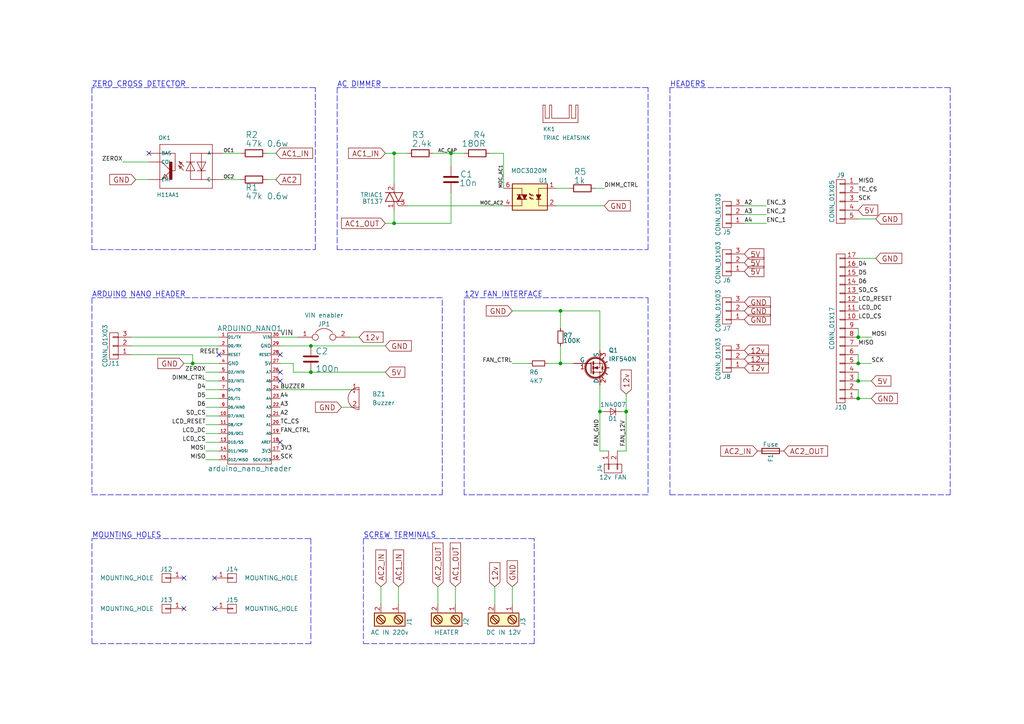
<source format=kicad_sch>
(kicad_sch (version 20231120) (generator "eeschema") (generator_version "8.0")
  (paper "A4")
  (title_block (title "Nano Reflow Controller") (date "2017-07-09") (rev "1.0") (company "David Sanz Kirbis"))
  (lib_symbols
    (symbol "arduino_nano_reflow_TRIAC_v1_0-rescue:BT137" (pin_names (offset 0) hide)
      (property "Reference" "D" (at 3.175 0.635 0))
      (property "Value" "BT137" (at 3.175 -1.27 0))
      (symbol "BT137_0_1"
        (polyline (pts (xy -2.54 -1.27) (xy 2.54 -1.27)) (stroke (width 0.2032)))
        (polyline (pts (xy -2.54 1.27) (xy 2.54 1.27)) (stroke (width 0.2032)))
        (polyline (pts (xy -1.27 -2.54) (xy -0.635 -1.27)))
        (polyline (pts (xy -2.54 1.27) (xy -1.27 -1.27) (xy 0 1.27)) (stroke (width 0.2032)))
        (polyline (pts (xy 0 -1.27) (xy 1.27 1.27) (xy 2.54 -1.27)) (stroke (width 0.2032)))
      )
      (symbol "BT137_1_1"
        (pin passive line (at 0 -3.81 90) (length 2.54) (name "A1") (number "1"))
        (pin passive line (at 0 3.81 270) (length 2.54) (name "A2") (number "2"))
        (pin input line (at -3.81 -2.54 0) (length 2.54) (name "G") (number "3"))
      )
    )
    (symbol "arduino_nano_reflow_TRIAC_v1_0-rescue:Buzzer" (pin_names (offset 0.0254) hide)
      (property "Reference" "BZ" (at 3.81 1.27 0))
      (property "Value" "Buzzer" (at 3.81 -1.27 0))
      (symbol "Buzzer_0_1"
        (polyline (pts (xy -1.651 1.905) (xy -1.143 1.905)))
        (polyline (pts (xy -1.397 2.159) (xy -1.397 1.651)))
        (polyline (pts (xy 0 3.175) (xy 0 -3.175)))
        (arc (start 0 3.175) (mid -3.175 0) (end 0 -3.175))
      )
      (symbol "Buzzer_1_1"
        (pin passive line (at -2.54 2.54 0) (length 2.54) (name "-") (number "1"))
        (pin passive line (at -2.54 -2.54 0) (length 2.54) (name "+") (number "2"))
      )
    )
    (symbol "arduino_nano_reflow_TRIAC_v1_0-rescue:C" (pin_numbers hide) (pin_names (offset 0.254))
      (property "Reference" "C" (at 0.635 2.54 0))
      (property "Value" "C" (at 0.635 -2.54 0))
      (symbol "C_0_1"
        (polyline (pts (xy -2.032 -0.762) (xy 2.032 -0.762)) (stroke (width 0.508)))
        (polyline (pts (xy -2.032 0.762) (xy 2.032 0.762)) (stroke (width 0.508)))
      )
      (symbol "C_1_1"
        (pin passive line (at 0 3.81 270) (length 2.794) (name "~") (number "1"))
        (pin passive line (at 0 -3.81 90) (length 2.794) (name "~") (number "2"))
      )
    )
    (symbol "arduino_nano_reflow_TRIAC_v1_0-rescue:CONN_01X01" (pin_names (offset 1.016) hide)
      (property "Reference" "J" (at 0 2.54 0))
      (property "Value" "CONN_01X01" (at 2.54 0 90))
      (symbol "CONN_01X01_0_1"
        (rectangle (start -1.27 0.127) (end 0.254 -0.127))
        (rectangle (start -1.27 1.27) (end 1.27 -1.27))
      )
      (symbol "CONN_01X01_1_1"
        (pin passive line (at -5.08 0 0) (length 3.81) (name "P1") (number "1"))
      )
    )
    (symbol "arduino_nano_reflow_TRIAC_v1_0-rescue:CONN_01X02" (pin_names (offset 1.016) hide)
      (property "Reference" "J" (at 0 3.81 0))
      (property "Value" "CONN_01X02" (at 2.54 0 90))
      (symbol "CONN_01X02_0_1"
        (rectangle (start -1.27 -1.143) (end 0.254 -1.397))
        (rectangle (start -1.27 1.397) (end 0.254 1.143))
        (rectangle (start -1.27 2.54) (end 1.27 -2.54))
      )
      (symbol "CONN_01X02_1_1"
        (pin passive line (at -5.08 1.27 0) (length 3.81) (name "P1") (number "1"))
        (pin passive line (at -5.08 -1.27 0) (length 3.81) (name "P2") (number "2"))
      )
    )
    (symbol "arduino_nano_reflow_TRIAC_v1_0-rescue:CONN_01X03" (pin_names (offset 1.016) hide)
      (property "Reference" "J" (at 0 5.08 0))
      (property "Value" "CONN_01X03" (at 2.54 0 90))
      (symbol "CONN_01X03_0_1"
        (rectangle (start -1.27 -2.413) (end 0.254 -2.667))
        (rectangle (start -1.27 0.127) (end 0.254 -0.127))
        (rectangle (start -1.27 2.667) (end 0.254 2.413))
        (rectangle (start -1.27 3.81) (end 1.27 -3.81))
      )
      (symbol "CONN_01X03_1_1"
        (pin passive line (at -5.08 2.54 0) (length 3.81) (name "P1") (number "1"))
        (pin passive line (at -5.08 0 0) (length 3.81) (name "P2") (number "2"))
        (pin passive line (at -5.08 -2.54 0) (length 3.81) (name "P3") (number "3"))
      )
    )
    (symbol "arduino_nano_reflow_TRIAC_v1_0-rescue:CONN_01X05" (pin_names (offset 1.016) hide)
      (property "Reference" "J" (at 0 7.62 0))
      (property "Value" "CONN_01X05" (at 2.54 0 90))
      (symbol "CONN_01X05_0_1"
        (rectangle (start -1.27 -4.953) (end 0.254 -5.207))
        (rectangle (start -1.27 -2.413) (end 0.254 -2.667))
        (rectangle (start -1.27 0.127) (end 0.254 -0.127))
        (rectangle (start -1.27 2.667) (end 0.254 2.413))
        (rectangle (start -1.27 5.207) (end 0.254 4.953))
        (rectangle (start -1.27 6.35) (end 1.27 -6.35))
      )
      (symbol "CONN_01X05_1_1"
        (pin passive line (at -5.08 5.08 0) (length 3.81) (name "P1") (number "1"))
        (pin passive line (at -5.08 2.54 0) (length 3.81) (name "P2") (number "2"))
        (pin passive line (at -5.08 0 0) (length 3.81) (name "P3") (number "3"))
        (pin passive line (at -5.08 -2.54 0) (length 3.81) (name "P4") (number "4"))
        (pin passive line (at -5.08 -5.08 0) (length 3.81) (name "P5") (number "5"))
      )
    )
    (symbol "arduino_nano_reflow_TRIAC_v1_0-rescue:CONN_01X17" (pin_names (offset 1.016) hide)
      (property "Reference" "J" (at 0 22.86 0))
      (property "Value" "CONN_01X17" (at 2.54 0 90))
      (symbol "CONN_01X17_0_1"
        (rectangle (start -1.27 -20.193) (end 0.254 -20.447))
        (rectangle (start -1.27 -17.653) (end 0.254 -17.907))
        (rectangle (start -1.27 -15.113) (end 0.254 -15.367))
        (rectangle (start -1.27 -12.573) (end 0.254 -12.827))
        (rectangle (start -1.27 -10.033) (end 0.254 -10.287))
        (rectangle (start -1.27 -7.493) (end 0.254 -7.747))
        (rectangle (start -1.27 -4.953) (end 0.254 -5.207))
        (rectangle (start -1.27 -2.413) (end 0.254 -2.667))
        (rectangle (start -1.27 0.127) (end 0.254 -0.127))
        (rectangle (start -1.27 2.667) (end 0.254 2.413))
        (rectangle (start -1.27 5.207) (end 0.254 4.953))
        (rectangle (start -1.27 7.747) (end 0.254 7.493))
        (rectangle (start -1.27 10.287) (end 0.254 10.033))
        (rectangle (start -1.27 12.827) (end 0.254 12.573))
        (rectangle (start -1.27 15.367) (end 0.254 15.113))
        (rectangle (start -1.27 17.907) (end 0.254 17.653))
        (rectangle (start -1.27 20.447) (end 0.254 20.193))
        (rectangle (start -1.27 21.59) (end 1.27 -21.59))
      )
      (symbol "CONN_01X17_1_1"
        (pin passive line (at -5.08 20.32 0) (length 3.81) (name "P1") (number "1"))
        (pin passive line (at -5.08 -2.54 0) (length 3.81) (name "P10") (number "10"))
        (pin passive line (at -5.08 -5.08 0) (length 3.81) (name "P11") (number "11"))
        (pin passive line (at -5.08 -7.62 0) (length 3.81) (name "P12") (number "12"))
        (pin passive line (at -5.08 -10.16 0) (length 3.81) (name "P13") (number "13"))
        (pin passive line (at -5.08 -12.7 0) (length 3.81) (name "P14") (number "14"))
        (pin passive line (at -5.08 -15.24 0) (length 3.81) (name "P15") (number "15"))
        (pin passive line (at -5.08 -17.78 0) (length 3.81) (name "P16") (number "16"))
        (pin passive line (at -5.08 -20.32 0) (length 3.81) (name "P17") (number "17"))
        (pin passive line (at -5.08 17.78 0) (length 3.81) (name "P2") (number "2"))
        (pin passive line (at -5.08 15.24 0) (length 3.81) (name "P3") (number "3"))
        (pin passive line (at -5.08 12.7 0) (length 3.81) (name "P4") (number "4"))
        (pin passive line (at -5.08 10.16 0) (length 3.81) (name "P5") (number "5"))
        (pin passive line (at -5.08 7.62 0) (length 3.81) (name "P6") (number "6"))
        (pin passive line (at -5.08 5.08 0) (length 3.81) (name "P7") (number "7"))
        (pin passive line (at -5.08 2.54 0) (length 3.81) (name "P8") (number "8"))
        (pin passive line (at -5.08 0 0) (length 3.81) (name "P9") (number "9"))
      )
    )
    (symbol "arduino_nano_reflow_TRIAC_v1_0-rescue:D_Small" (pin_numbers hide) (pin_names (offset 0.254) hide)
      (property "Reference" "D" (at -1.27 2.032 0))
      (property "Value" "D_Small" (at -3.81 -2.032 0))
      (symbol "D_Small_0_1"
        (polyline (pts (xy -0.762 -1.016) (xy -0.762 1.016)))
        (polyline (pts (xy -0.762 0) (xy 0.762 0)))
        (polyline (pts (xy 0.762 -1.016) (xy -0.762 0) (xy 0.762 1.016) (xy 0.762 -1.016)))
      )
      (symbol "D_Small_1_1"
        (pin passive line (at -2.54 0 0) (length 1.778) (name "K") (number "1"))
        (pin passive line (at 2.54 0 180) (length 1.778) (name "A") (number "2"))
      )
    )
    (symbol "arduino_nano_reflow_TRIAC_v1_0-rescue:Fuse" (pin_numbers hide) (pin_names (offset 0))
      (property "Reference" "F" (at 2.032 0 90))
      (property "Value" "Fuse" (at -1.905 0 90))
      (symbol "Fuse_0_1"
        (rectangle (start -0.762 -2.54) (end 0.762 2.54) (stroke (width 0.254)))
        (polyline (pts (xy 0 2.54) (xy 0 -2.54)))
      )
      (symbol "Fuse_1_1"
        (pin passive line (at 0 3.81 270) (length 1.27) (name "~") (number "1"))
        (pin passive line (at 0 -3.81 90) (length 1.27) (name "~") (number "2"))
      )
    )
    (symbol "arduino_nano_reflow_TRIAC_v1_0-rescue:H11AA1" (pin_numbers hide) (pin_names (offset 1.016))
      (property "Reference" "OK" (at -6.985 5.715 0))
      (property "Value" "H11AA1" (at -6.985 -10.16 0))
      (symbol "H11AA1_1_0"
        (polyline (pts (xy -11.43 2.54) (xy -4.445 2.54)))
        (polyline (pts (xy -10.795 -7.62) (xy 4.445 -7.62)))
        (polyline (pts (xy -10.795 5.08) (xy -10.795 -7.62)))
        (polyline (pts (xy -10.795 5.08) (xy 4.445 5.08)))
        (polyline (pts (xy -7.62 -2.54) (xy -8.89 -2.54)))
        (polyline (pts (xy -7.62 -2.54) (xy -8.89 0)))
        (polyline (pts (xy -7.62 -2.54) (xy -7.62 -5.08)))
        (polyline (pts (xy -7.62 0) (xy -8.89 0)))
        (polyline (pts (xy -7.62 0) (xy -7.62 -2.54)))
        (polyline (pts (xy -7.62 2.54) (xy -7.62 0)))
        (polyline (pts (xy -6.35 -2.54) (xy -7.62 -2.54)))
        (polyline (pts (xy -6.35 0) (xy -7.62 -2.54)))
        (polyline (pts (xy -6.35 0) (xy -7.62 0)))
        (polyline (pts (xy -5.715 -2.54) (xy -4.445 -2.54)))
        (polyline (pts (xy -5.715 -2.54) (xy -4.445 0)))
        (polyline (pts (xy -5.715 0) (xy -4.445 0)))
        (polyline (pts (xy -4.445 -5.08) (xy -11.43 -5.08)))
        (polyline (pts (xy -4.445 -5.08) (xy -4.445 -2.54)))
        (polyline (pts (xy -4.445 -2.54) (xy -4.445 0)))
        (polyline (pts (xy -4.445 -2.54) (xy -3.175 -2.54)))
        (polyline (pts (xy -4.445 0) (xy -4.445 2.54)))
        (polyline (pts (xy -4.445 0) (xy -3.175 -2.54)))
        (polyline (pts (xy -4.445 0) (xy -3.175 0)))
        (polyline (pts (xy -2.54 -1.27) (xy -1.143 0.127)))
        (polyline (pts (xy -2.413 -2.413) (xy -1.016 -1.016)))
        (polyline (pts (xy -2.032 -0.254) (xy -1.524 -0.762)))
        (polyline (pts (xy -1.905 -1.397) (xy -1.397 -1.905)))
        (polyline (pts (xy -1.524 -0.762) (xy -1.143 0.127)))
        (polyline (pts (xy -1.397 -1.905) (xy -1.016 -1.016)))
        (polyline (pts (xy -1.143 0.127) (xy -2.032 -0.254)))
        (polyline (pts (xy -1.016 -1.016) (xy -1.905 -1.397)))
        (polyline (pts (xy 0 -2.54) (xy 0 2.54)))
        (polyline (pts (xy 0 -2.54) (xy 1.016 -2.54)))
        (polyline (pts (xy 0 2.54) (xy 5.08 2.54)))
        (polyline (pts (xy 1.27 -2.54) (xy 3.556 -4.826)))
        (polyline (pts (xy 2.286 -4.318) (xy 3.048 -3.556)))
        (polyline (pts (xy 3.048 -3.556) (xy 3.556 -4.826)))
        (polyline (pts (xy 3.556 -4.826) (xy 2.286 -4.318)))
        (polyline (pts (xy 3.556 -4.826) (xy 3.81 -5.08)))
        (polyline (pts (xy 3.81 -5.08) (xy 5.08 -5.08)))
        (polyline (pts (xy 3.81 0) (xy 1.27 -2.54)))
        (polyline (pts (xy 3.81 0) (xy 5.08 0)))
        (polyline (pts (xy 4.445 5.08) (xy 4.445 -7.62)))
      )
      (symbol "H11AA1_1_1"
        (rectangle (start 0.889 -5.08) (end 1.651 0) (fill (type outline)))
        (pin passive line (at -13.97 2.54 0) (length 2.54) (name "A") (number "1"))
        (pin passive line (at -13.97 -5.08 0) (length 2.54) (name "C") (number "2"))
        (pin passive line (at 7.62 -5.08 180) (length 2.54) (name "EMI") (number "4"))
        (pin passive line (at 7.62 0 180) (length 2.54) (name "COL") (number "5"))
        (pin passive line (at 7.62 2.54 180) (length 2.54) (name "BAS") (number "6"))
      )
    )
    (symbol "arduino_nano_reflow_TRIAC_v1_0-rescue:IRF540N" (pin_names (offset 0))
      (property "Reference" "Q" (at 6.35 1.905 0))
      (property "Value" "IRF540N" (at 6.35 0 0))
      (symbol "IRF540N_0_1"
        (polyline (pts (xy 0.635 -1.016) (xy 0.635 -1.651)) (stroke (width 0.508)))
        (polyline (pts (xy 0.635 0.381) (xy 0.635 -0.381)) (stroke (width 0.508)))
        (polyline (pts (xy 0.635 1.651) (xy 0.635 1.016)) (stroke (width 0.508)))
        (polyline (pts (xy 3.048 0.381) (xy 2.921 0.254)))
        (polyline (pts (xy 3.048 0.381) (xy 3.556 0.381)))
        (polyline (pts (xy 3.175 2.667) (xy 3.556 3.175)) (stroke (width 0.254)))
        (polyline (pts (xy 3.302 -2.54) (xy 3.683 -3.048)) (stroke (width 0.254)))
        (polyline (pts (xy 3.556 0.381) (xy 3.683 0.508)))
        (polyline (pts (xy 4.191 -1.524) (xy 4.699 -1.778)) (stroke (width 0.254)))
        (polyline (pts (xy 4.191 1.524) (xy 4.699 1.905)) (stroke (width 0.254)))
        (polyline (pts (xy 4.445 0) (xy 5.207 0)) (stroke (width 0.254)))
        (polyline (pts (xy 0 1.524) (xy 0 -1.524) (xy 0 -1.524)) (stroke (width 0.254)))
        (polyline (pts (xy 0.762 -1.27) (xy 2.54 -1.27) (xy 2.54 -2.54) (xy 2.54 -2.54)))
        (polyline (pts (xy 0.762 1.27) (xy 2.54 1.27) (xy 2.54 2.54) (xy 2.54 2.54)))
        (polyline (pts (xy 2.54 1.27) (xy 3.302 1.27) (xy 3.302 -1.27) (xy 2.54 -1.27)))
        (polyline (pts (xy 3.302 0.381) (xy 3.048 -0.254) (xy 3.556 -0.254) (xy 3.302 0.381)) (fill (type outline)))
        (polyline (pts (xy 0.762 0) (xy 1.27 0) (xy 2.54 0) (xy 2.54 -1.27) (xy 2.54 -1.27)))
        (polyline (pts (xy 0.889 0) (xy 1.905 0.381) (xy 1.905 -0.381) (xy 0.889 0) (xy 1.016 0) (xy 1.016 0)) (fill (type outline)))
        (circle (center 1.27 0) (radius 2.8194) (stroke (width 0.3556)))
        (circle (center 1.27 0) (radius 3.175))
        (circle (center 2.54 -1.27) (radius 0.127))
        (circle (center 2.54 1.27) (radius 0.127))
      )
      (symbol "IRF540N_1_1"
        (pin input line (at -5.08 -1.27 0) (length 5.08) (name "G") (number "1"))
        (pin passive line (at 2.54 5.08 270) (length 2.54) (name "D") (number "2"))
        (pin passive line (at 2.54 -5.08 90) (length 2.54) (name "S") (number "3"))
      )
    )
    (symbol "arduino_nano_reflow_TRIAC_v1_0-rescue:Jumper" (pin_names (offset 0.762) hide)
      (property "Reference" "JP" (at 0 3.81 0))
      (property "Value" "Jumper" (at 0 -2.032 0))
      (symbol "Jumper_0_1"
        (circle (center -2.54 0) (radius 0.889))
        (arc (start 2.5146 1.27) (mid 0.0078 2.5097) (end -2.4892 1.27))
        (circle (center 2.54 0) (radius 0.889))
        (pin passive line (at -7.62 0 0) (length 4.191) (name "1") (number "1"))
        (pin passive line (at 7.62 0 180) (length 4.191) (name "2") (number "2"))
      )
    )
    (symbol "arduino_nano_reflow_TRIAC_v1_0-rescue:MOC3020M" (pin_names (offset 1.016))
      (property "Reference" "U" (at -5.334 4.826 0))
      (property "Value" "MOC3020M" (at 0 5.08 0))
      (symbol "MOC3020M_0_1"
        (rectangle (start -5.08 3.81) (end 5.08 -3.81) (stroke (width 0.254)) (fill (type background)))
        (polyline (pts (xy -3.175 -0.635) (xy -1.905 -0.635)) (stroke (width 0.254)))
        (polyline (pts (xy 1.905 0.635) (xy 3.683 0.635)) (stroke (width 0.254)))
        (polyline (pts (xy 2.286 -2.54) (xy 2.286 -0.635)))
        (polyline (pts (xy 2.286 -2.54) (xy 5.08 -2.54)))
        (polyline (pts (xy 2.286 2.54) (xy 2.286 0.635)))
        (polyline (pts (xy 2.286 2.54) (xy 5.08 2.54)))
        (polyline (pts (xy 2.667 -0.635) (xy 0.889 -0.635)) (stroke (width 0.254)))
        (polyline (pts (xy -5.08 2.54) (xy -2.54 2.54) (xy -2.54 0.635)))
        (polyline (pts (xy -2.54 -0.635) (xy -2.54 -2.54) (xy -5.08 -2.54)))
        (polyline (pts (xy -2.54 -0.635) (xy -3.175 0.635) (xy -1.905 0.635) (xy -2.54 -0.635)) (stroke (width 0.254)) (fill (type outline)))
        (polyline (pts (xy -1.143 0.254) (xy -0.6096 0.762) (xy -0.6096 0.254) (xy 0.1524 1.016)))
        (polyline (pts (xy 0.1524 1.016) (xy -0.3556 0.762) (xy -0.1016 0.508) (xy 0.1524 1.016)))
        (polyline (pts (xy 1.524 -0.635) (xy 2.159 0.635) (xy 0.889 0.635) (xy 1.524 -0.635)) (stroke (width 0.254)) (fill (type outline)))
        (polyline (pts (xy 3.048 0.635) (xy 2.413 -0.635) (xy 3.683 -0.635) (xy 3.048 0.635)) (stroke (width 0.254)) (fill (type outline)))
        (polyline (pts (xy -1.143 -0.762) (xy -0.6096 -0.254) (xy -0.6096 -0.762) (xy 0.1524 0) (xy -0.3556 -0.254) (xy -0.1016 -0.508) (xy 0.1524 0)))
      )
      (symbol "MOC3020M_1_1"
        (pin passive line (at -7.62 2.54 0) (length 2.54) (name "~") (number "1"))
        (pin passive line (at -7.62 -2.54 0) (length 2.54) (name "~") (number "2"))
        (pin no_connect line (at -2.54 -6.35 90) (length 2.54) hide (name "NC") (number "3"))
        (pin passive line (at 7.62 -2.54 180) (length 2.54) (name "~") (number "4"))
        (pin no_connect line (at 0 -6.35 90) (length 2.54) hide (name "NC") (number "5"))
        (pin passive line (at 7.62 2.54 180) (length 2.54) (name "~") (number "6"))
      )
    )
    (symbol "arduino_nano_reflow_TRIAC_v1_0-rescue:R" (pin_numbers hide) (pin_names (offset 0))
      (property "Reference" "R" (at 2.032 0 90))
      (property "Value" "R" (at 0 0 90))
      (symbol "R_0_1"
        (rectangle (start -1.016 -2.54) (end 1.016 2.54) (stroke (width 0.254)))
      )
      (symbol "R_1_1"
        (pin passive line (at 0 3.81 270) (length 1.27) (name "~") (number "1"))
        (pin passive line (at 0 -3.81 90) (length 1.27) (name "~") (number "2"))
      )
    )
    (symbol "arduino_nano_reflow_TRIAC_v1_0-rescue:R_Small" (pin_numbers hide) (pin_names (offset 0.254) hide)
      (property "Reference" "R" (at 0.762 0.508 0))
      (property "Value" "R_Small" (at 0.762 -1.016 0))
      (symbol "R_Small_0_1"
        (rectangle (start -0.762 1.778) (end 0.762 -1.778) (stroke (width 0.2032)))
      )
      (symbol "R_Small_1_1"
        (pin passive line (at 0 2.54 270) (length 0.762) (name "~") (number "1"))
        (pin passive line (at 0 -2.54 90) (length 0.762) (name "~") (number "2"))
      )
    )
    (symbol "arduino_nano_reflow_TRIAC_v1_0-rescue:SK_09_20_SA_TO_220" (pin_numbers hide) (pin_names (offset 1.016) hide)
      (property "Reference" "KK" (at 5.715 3.175 0))
      (property "Value" "SK_09_20_SA_TO_220" (at 5.715 0.635 0))
      (symbol "SK_09_20_SA_TO_220_1_0"
        (polyline (pts (xy -5.08 0) (xy 5.08 0)))
        (polyline (pts (xy -5.08 5.08) (xy -5.08 0)))
        (polyline (pts (xy -4.445 1.27) (xy -4.445 5.08)))
        (polyline (pts (xy -4.445 5.08) (xy -5.08 5.08)))
        (polyline (pts (xy -3.175 1.27) (xy -4.445 1.27)))
        (polyline (pts (xy -3.175 5.08) (xy -3.175 1.27)))
        (polyline (pts (xy -2.54 1.27) (xy -2.54 5.08)))
        (polyline (pts (xy -2.54 5.08) (xy -3.175 5.08)))
        (polyline (pts (xy 2.54 1.27) (xy -2.54 1.27)))
        (polyline (pts (xy 2.54 5.08) (xy 2.54 1.27)))
        (polyline (pts (xy 3.175 1.27) (xy 3.175 5.08)))
        (polyline (pts (xy 3.175 5.08) (xy 2.54 5.08)))
        (polyline (pts (xy 4.445 1.27) (xy 3.175 1.27)))
        (polyline (pts (xy 4.445 5.08) (xy 4.445 1.27)))
        (polyline (pts (xy 5.08 0) (xy 5.08 5.08)))
        (polyline (pts (xy 5.08 5.08) (xy 4.445 5.08)))
      )
    )
    (symbol "arduino_nano_reflow_TRIAC_v1_0-rescue:Screw_Terminal_1x02" (pin_names (offset 0.762) hide)
      (property "Reference" "J" (at 0 6.35 0))
      (property "Value" "Screw_Terminal_1x02" (at -3.81 0 90))
      (symbol "Screw_Terminal_1x02_0_1"
        (rectangle (start -1.27 4.445) (end 2.54 -4.445) (stroke (width 0.254)) (fill (type background)))
        (polyline (pts (xy -0.381 -1.905) (xy 1.27 -3.556)) (stroke (width 0.254)))
        (polyline (pts (xy 0 3.556) (xy 1.651 1.905)) (stroke (width 0.254)))
        (polyline (pts (xy 1.27 1.524) (xy -0.381 3.175)) (stroke (width 0.254)))
        (polyline (pts (xy 1.651 -3.175) (xy 0 -1.524)) (stroke (width 0.254)))
        (circle (center 0.635 -2.54) (radius 1.27) (stroke (width 0.254)))
        (circle (center 0.635 2.54) (radius 1.27) (stroke (width 0.254)))
      )
      (symbol "Screw_Terminal_1x02_1_1"
        (pin passive line (at 5.08 2.54 180) (length 2.54) (name "~") (number "1"))
        (pin passive line (at 5.08 -2.54 180) (length 2.54) (name "~") (number "2"))
      )
    )
    (symbol "arduino_nano_reflow_TRIAC_v1_0-rescue:arduino_nano_header" (pin_names (offset 0.0254))
      (property "Reference" "J" (at 0 20.32 0))
      (property "Value" "arduino_nano_header" (at 0 -20.32 0))
      (symbol "arduino_nano_header_0_1"
        (rectangle (start 6.35 -19.05) (end -6.35 19.05))
      )
      (symbol "arduino_nano_header_1_1"
        (pin passive line (at -8.89 17.78 0) (length 2.54) (name "D1/TX") (number "1"))
        (pin passive line (at -8.89 -5.08 0) (length 2.54) (name "D7/AIN1") (number "10"))
        (pin passive line (at -8.89 -7.62 0) (length 2.54) (name "D8/ICP") (number "11"))
        (pin passive line (at -8.89 -10.16 0) (length 2.54) (name "D9/0C1") (number "12"))
        (pin passive line (at -8.89 -12.7 0) (length 2.54) (name "D10/SS") (number "13"))
        (pin passive line (at -8.89 -15.24 0) (length 2.54) (name "D11/MOSI") (number "14"))
        (pin passive line (at -8.89 -17.78 0) (length 2.54) (name "D12/MISO") (number "15"))
        (pin passive line (at 8.89 -17.78 180) (length 2.54) (name "SCK/D13") (number "16"))
        (pin passive line (at 8.89 -15.24 180) (length 2.54) (name "3V3") (number "17"))
        (pin passive line (at 8.89 -12.7 180) (length 2.54) (name "AREF") (number "18"))
        (pin passive line (at 8.89 -10.16 180) (length 2.54) (name "A0") (number "19"))
        (pin passive line (at -8.89 15.24 0) (length 2.54) (name "D0/RX") (number "2"))
        (pin passive line (at 8.89 -7.62 180) (length 2.54) (name "A1") (number "20"))
        (pin passive line (at 8.89 -5.08 180) (length 2.54) (name "A2") (number "21"))
        (pin passive line (at 8.89 -2.54 180) (length 2.54) (name "A3") (number "22"))
        (pin passive line (at 8.89 0 180) (length 2.54) (name "A4") (number "23"))
        (pin passive line (at 8.89 2.54 180) (length 2.54) (name "A5") (number "24"))
        (pin passive line (at 8.89 5.08 180) (length 2.54) (name "A6") (number "25"))
        (pin passive line (at 8.89 7.62 180) (length 2.54) (name "A7") (number "26"))
        (pin passive line (at 8.89 10.16 180) (length 2.54) (name "5V") (number "27"))
        (pin passive line (at 8.89 12.7 180) (length 2.54) (name "RESET") (number "28"))
        (pin passive line (at 8.89 15.24 180) (length 2.54) (name "GND") (number "29"))
        (pin passive line (at -8.89 12.7 0) (length 2.54) (name "RESET") (number "3"))
        (pin passive line (at 8.89 17.78 180) (length 2.54) (name "VIN") (number "30"))
        (pin passive line (at -8.89 10.16 0) (length 2.54) (name "GND") (number "4"))
        (pin passive line (at -8.89 7.62 0) (length 2.54) (name "D2/INT0") (number "5"))
        (pin passive line (at -8.89 5.08 0) (length 2.54) (name "D3/INT1") (number "6"))
        (pin passive line (at -8.89 2.54 0) (length 2.54) (name "D4/T0") (number "7"))
        (pin passive line (at -8.89 0 0) (length 2.54) (name "D5/T1") (number "8"))
        (pin passive line (at -8.89 -2.54 0) (length 2.54) (name "D6/AIN0") (number "9"))
      )
    )
  )
  (junction (at 173.99 119.38))
  (junction (at 248.92 105.41))
  (junction (at 248.92 97.79))
  (junction (at 114.3 64.77))
  (junction (at 248.92 110.49))
  (junction (at 248.92 115.57))
  (junction (at 181.61 119.38))
  (junction (at 55.88 105.41))
  (junction (at 90.17 107.95))
  (junction (at 114.3 44.45))
  (junction (at 90.17 100.33))
  (junction (at 162.56 90.17))
  (junction (at 130.81 44.45))
  (junction (at 162.56 105.41))
  (no_connect (at 43.18 44.45))
  (no_connect (at 62.23 167.64))
  (no_connect (at 81.28 102.87))
  (no_connect (at 81.28 110.49))
  (no_connect (at 81.28 128.27))
  (no_connect (at 63.5 102.87))
  (no_connect (at 81.28 107.95))
  (no_connect (at 53.34 167.64))
  (no_connect (at 62.23 176.53))
  (no_connect (at 53.34 176.53))
  (wire (pts (xy 101.6 118.11) (xy 99.06 118.11)))
  (wire (pts (xy 248.92 105.41) (xy 252.73 105.41)))
  (wire (pts (xy 181.61 119.38) (xy 181.61 130.81)))
  (wire (pts (xy 127 170.18) (xy 127 175.26)))
  (wire (pts (xy 114.3 60.96) (xy 114.3 64.77)))
  (wire (pts (xy 181.61 130.81) (xy 179.07 130.81)))
  (wire (pts (xy 63.5 118.11) (xy 59.69 118.11)))
  (polyline (pts (xy 26.67 186.69) (xy 26.67 156.21)) (stroke (width 0) (type dash)))
  (polyline (pts (xy 154.94 156.21) (xy 105.41 156.21)) (stroke (width 0) (type dash)))
  (wire (pts (xy 173.99 90.17) (xy 173.99 101.6)))
  (wire (pts (xy 248.92 102.87) (xy 248.92 105.41)))
  (wire (pts (xy 146.05 44.45) (xy 142.24 44.45)))
  (wire (pts (xy 146.05 59.69) (xy 118.11 59.69)))
  (wire (pts (xy 114.3 44.45) (xy 118.11 44.45)))
  (wire (pts (xy 85.09 107.95) (xy 90.17 107.95)))
  (polyline (pts (xy 187.96 143.51) (xy 134.62 143.51)) (stroke (width 0) (type dash)))
  (wire (pts (xy 53.34 105.41) (xy 55.88 105.41)))
  (polyline (pts (xy 105.41 156.21) (xy 105.41 186.69)) (stroke (width 0) (type dash)))
  (wire (pts (xy 173.99 130.81) (xy 176.53 130.81)))
  (wire (pts (xy 111.76 44.45) (xy 114.3 44.45)))
  (wire (pts (xy 69.85 44.45) (xy 64.77 44.45)))
  (wire (pts (xy 143.51 170.18) (xy 143.51 175.26)))
  (polyline (pts (xy 97.79 72.39) (xy 187.96 72.39)) (stroke (width 0) (type dash)))
  (wire (pts (xy 248.92 97.79) (xy 252.73 97.79)))
  (wire (pts (xy 222.25 62.23) (xy 215.9 62.23)))
  (wire (pts (xy 132.08 170.18) (xy 132.08 175.26)))
  (wire (pts (xy 162.56 100.33) (xy 162.56 105.41)))
  (wire (pts (xy 90.17 107.95) (xy 111.76 107.95)))
  (wire (pts (xy 148.59 90.17) (xy 162.56 90.17)))
  (wire (pts (xy 63.5 113.03) (xy 59.69 113.03)))
  (wire (pts (xy 130.81 64.77) (xy 130.81 55.88)))
  (polyline (pts (xy 97.79 25.4) (xy 97.79 72.39)) (stroke (width 0) (type dash)))
  (wire (pts (xy 248.92 95.25) (xy 248.92 97.79)))
  (wire (pts (xy 63.5 125.73) (xy 59.69 125.73)))
  (wire (pts (xy 248.92 107.95) (xy 248.92 110.49)))
  (polyline (pts (xy 154.94 186.69) (xy 154.94 156.21)) (stroke (width 0) (type dash)))
  (polyline (pts (xy 187.96 25.4) (xy 97.79 25.4)) (stroke (width 0) (type dash)))
  (polyline (pts (xy 105.41 186.69) (xy 154.94 186.69)) (stroke (width 0) (type dash)))
  (polyline (pts (xy 128.27 86.36) (xy 26.67 86.36)) (stroke (width 0) (type dash)))
  (polyline (pts (xy 134.62 86.36) (xy 187.96 86.36)) (stroke (width 0) (type dash)))
  (wire (pts (xy 55.88 102.87) (xy 55.88 105.41)))
  (wire (pts (xy 125.73 44.45) (xy 130.81 44.45)))
  (polyline (pts (xy 194.31 143.51) (xy 275.59 143.51)) (stroke (width 0) (type dash)))
  (wire (pts (xy 39.37 52.07) (xy 43.18 52.07)))
  (wire (pts (xy 148.59 170.18) (xy 148.59 175.26)))
  (polyline (pts (xy 91.44 72.39) (xy 91.44 25.4)) (stroke (width 0) (type dash)))
  (wire (pts (xy 81.28 97.79) (xy 86.36 97.79)))
  (wire (pts (xy 162.56 90.17) (xy 173.99 90.17)))
  (wire (pts (xy 81.28 105.41) (xy 85.09 105.41)))
  (wire (pts (xy 248.92 115.57) (xy 252.73 115.57)))
  (wire (pts (xy 215.9 59.69) (xy 222.25 59.69)))
  (wire (pts (xy 63.5 120.65) (xy 59.69 120.65)))
  (polyline (pts (xy 275.59 25.4) (xy 194.31 25.4)) (stroke (width 0) (type dash)))
  (wire (pts (xy 175.26 54.61) (xy 172.72 54.61)))
  (wire (pts (xy 114.3 64.77) (xy 130.81 64.77)))
  (wire (pts (xy 215.9 64.77) (xy 222.25 64.77)))
  (wire (pts (xy 175.26 119.38) (xy 173.99 119.38)))
  (polyline (pts (xy 26.67 86.36) (xy 26.67 143.51)) (stroke (width 0) (type dash)))
  (polyline (pts (xy 134.62 143.51) (xy 134.62 86.36)) (stroke (width 0) (type dash)))
  (wire (pts (xy 181.61 114.3) (xy 181.61 119.38)))
  (wire (pts (xy 153.67 105.41) (xy 148.59 105.41)))
  (wire (pts (xy 69.85 52.07) (xy 64.77 52.07)))
  (polyline (pts (xy 91.44 25.4) (xy 26.67 25.4)) (stroke (width 0) (type dash)))
  (wire (pts (xy 63.5 107.95) (xy 59.69 107.95)))
  (polyline (pts (xy 187.96 72.39) (xy 187.96 25.4)) (stroke (width 0) (type dash)))
  (wire (pts (xy 63.5 123.19) (xy 59.69 123.19)))
  (wire (pts (xy 63.5 100.33) (xy 38.1 100.33)))
  (polyline (pts (xy 90.17 186.69) (xy 26.67 186.69)) (stroke (width 0) (type dash)))
  (wire (pts (xy 114.3 44.45) (xy 114.3 53.34)))
  (wire (pts (xy 254 63.5) (xy 248.92 63.5)))
  (wire (pts (xy 162.56 105.41) (xy 166.37 105.41)))
  (wire (pts (xy 173.99 119.38) (xy 173.99 130.81)))
  (wire (pts (xy 130.81 44.45) (xy 134.62 44.45)))
  (wire (pts (xy 35.56 46.99) (xy 43.18 46.99)))
  (wire (pts (xy 130.81 48.26) (xy 130.81 44.45)))
  (polyline (pts (xy 26.67 156.21) (xy 90.17 156.21)) (stroke (width 0) (type dash)))
  (wire (pts (xy 161.29 59.69) (xy 175.26 59.69)))
  (wire (pts (xy 110.49 170.18) (xy 110.49 175.26)))
  (wire (pts (xy 111.76 64.77) (xy 114.3 64.77)))
  (wire (pts (xy 77.47 44.45) (xy 80.01 44.45)))
  (wire (pts (xy 180.34 119.38) (xy 181.61 119.38)))
  (wire (pts (xy 165.1 54.61) (xy 161.29 54.61)))
  (wire (pts (xy 104.14 97.79) (xy 101.6 97.79)))
  (wire (pts (xy 173.99 111.76) (xy 173.99 119.38)))
  (wire (pts (xy 162.56 95.25) (xy 162.56 90.17)))
  (wire (pts (xy 63.5 110.49) (xy 59.69 110.49)))
  (wire (pts (xy 63.5 115.57) (xy 59.69 115.57)))
  (wire (pts (xy 248.92 113.03) (xy 248.92 115.57)))
  (wire (pts (xy 248.92 110.49) (xy 252.73 110.49)))
  (wire (pts (xy 158.75 105.41) (xy 162.56 105.41)))
  (wire (pts (xy 85.09 105.41) (xy 85.09 107.95)))
  (wire (pts (xy 63.5 133.35) (xy 59.69 133.35)))
  (wire (pts (xy 115.57 170.18) (xy 115.57 175.26)))
  (polyline (pts (xy 187.96 86.36) (xy 187.96 143.51)) (stroke (width 0) (type dash)))
  (wire (pts (xy 63.5 97.79) (xy 38.1 97.79)))
  (polyline (pts (xy 26.67 25.4) (xy 26.67 72.39)) (stroke (width 0) (type dash)))
  (wire (pts (xy 81.28 113.03) (xy 101.6 113.03)))
  (wire (pts (xy 38.1 102.87) (xy 55.88 102.87)))
  (polyline (pts (xy 26.67 143.51) (xy 128.27 143.51)) (stroke (width 0) (type dash)))
  (wire (pts (xy 55.88 105.41) (xy 63.5 105.41)))
  (wire (pts (xy 63.5 128.27) (xy 59.69 128.27)))
  (polyline (pts (xy 275.59 143.51) (xy 275.59 25.4)) (stroke (width 0) (type dash)))
  (polyline (pts (xy 194.31 25.4) (xy 194.31 143.51)) (stroke (width 0) (type dash)))
  (polyline (pts (xy 128.27 143.51) (xy 128.27 86.36)) (stroke (width 0) (type dash)))
  (polyline (pts (xy 26.67 72.39) (xy 91.44 72.39)) (stroke (width 0) (type dash)))
  (wire (pts (xy 90.17 100.33) (xy 111.76 100.33)))
  (wire (pts (xy 77.47 52.07) (xy 80.01 52.07)))
  (polyline (pts (xy 90.17 156.21) (xy 90.17 186.69)) (stroke (width 0) (type dash)))
  (wire (pts (xy 146.05 54.61) (xy 146.05 44.45)))
  (wire (pts (xy 63.5 130.81) (xy 59.69 130.81)))
  (wire (pts (xy 81.28 100.33) (xy 90.17 100.33)))
  (wire (pts (xy 254 74.93) (xy 248.92 74.93)))
  (text "AC DIMMER" (at 97.79 25.4 0) (effects (font (size 1.524 1.524)) (justify left bottom)))
  (text "ZERO CROSS DETECTOR" (at 26.67 25.4 0) (effects (font (size 1.524 1.524)) (justify left bottom)))
  (text "HEADERS" (at 194.31 25.4 0) (effects (font (size 1.524 1.524)) (justify left bottom)))
  (text "SCREW TERMINALS" (at 105.41 156.21 0) (effects (font (size 1.524 1.524)) (justify left bottom)))
  (text "MOUNTING HOLES" (at 26.67 156.21 0) (effects (font (size 1.524 1.524)) (justify left bottom)))
  (text "ARDUINO NANO HEADER" (at 26.67 86.36 0) (effects (font (size 1.524 1.524)) (justify left bottom)))
  (text "12V FAN INTERFACE" (at 134.62 86.36 0) (effects (font (size 1.524 1.524)) (justify left bottom)))
  (label "RESET" (at 63.5 102.87 180) (effects (font (size 1.1938 1.1938))))
  (label "ZEROX" (at 59.69 107.95 180) (effects (font (size 1.1938 1.1938))))
  (label "A4" (at 215.9 64.77 0) (effects (font (size 1.1938 1.1938))))
  (label "3V3" (at 81.28 130.81 0) (effects (font (size 1.1938 1.1938))))
  (label "MOSI" (at 59.69 130.81 180) (effects (font (size 1.1938 1.1938))))
  (label "BUZZER" (at 81.28 113.03 0) (effects (font (size 1.1938 1.1938))))
  (label "LCD_CS" (at 248.92 92.71 0) (effects (font (size 1.1938 1.1938))))
  (label "MISO" (at 248.92 53.34 0) (effects (font (size 1.1938 1.1938))))
  (label "LCD_DC" (at 59.69 125.73 180) (effects (font (size 1.1938 1.1938))))
  (label "DIMM_CTRL" (at 175.26 54.61 0) (effects (font (size 1.1938 1.1938))))
  (label "MISO" (at 248.92 100.33 0) (effects (font (size 1.1938 1.1938))))
  (label "ENC_2" (at 222.25 62.23 0) (effects (font (size 1.1938 1.1938))))
  (label "MOSI" (at 252.73 97.79 0) (effects (font (size 1.1938 1.1938))))
  (label "ENC_1" (at 222.25 64.77 0) (effects (font (size 1.1938 1.1938))))
  (label "SCK" (at 81.28 133.35 0) (effects (font (size 1.1938 1.1938))))
  (label "A3" (at 81.28 118.11 0) (effects (font (size 1.1938 1.1938))))
  (label "D6" (at 59.69 118.11 180) (effects (font (size 1.1938 1.1938))))
  (label "FAN_12V" (at 181.61 129.54 90) (effects (font (size 1.1938 1.1938))))
  (label "SCK" (at 252.73 105.41 0) (effects (font (size 1.1938 1.1938))))
  (label "LCD_CS" (at 59.69 128.27 180) (effects (font (size 1.1938 1.1938))))
  (label "D5" (at 59.69 115.57 180) (effects (font (size 1.1938 1.1938))))
  (label "SCK" (at 248.92 58.42 0) (effects (font (size 1.1938 1.1938))))
  (label "SD_CS" (at 59.69 120.65 180) (effects (font (size 1.1938 1.1938))))
  (label "FAN_CTRL" (at 81.28 125.73 0) (effects (font (size 1.1938 1.1938))))
  (label "LCD_DC" (at 248.92 90.17 0) (effects (font (size 1.1938 1.1938))))
  (label "LCD_RESET" (at 59.69 123.19 180) (effects (font (size 1.1938 1.1938))))
  (label "A2" (at 81.28 120.65 0) (effects (font (size 1.1938 1.1938))))
  (label "A3" (at 215.9 62.23 0) (effects (font (size 1.1938 1.1938))))
  (label "FAN_GND" (at 173.99 129.54 90) (effects (font (size 1.1938 1.1938))))
  (label "DIMM_CTRL" (at 59.69 110.49 180) (effects (font (size 1.1938 1.1938))))
  (label "LCD_RESET" (at 248.92 87.63 0) (effects (font (size 1.1938 1.1938))))
  (label "D5" (at 248.92 80.01 0) (effects (font (size 1.1938 1.1938))))
  (label "D6" (at 248.92 82.55 0) (effects (font (size 1.1938 1.1938))))
  (label "OC2" (at 64.77 52.07 0) (effects (font (size 0.9906 0.9906))))
  (label "FAN_CTRL" (at 148.59 105.41 180) (effects (font (size 1.1938 1.1938))))
  (label "OC1" (at 64.77 44.45 0) (effects (font (size 0.9906 0.9906))))
  (label "A4" (at 81.28 115.57 0) (effects (font (size 1.1938 1.1938))))
  (label "A2" (at 215.9 59.69 0) (effects (font (size 1.1938 1.1938))))
  (label "D4" (at 59.69 113.03 180) (effects (font (size 1.1938 1.1938))))
  (label "SD_CS" (at 248.92 85.09 0) (effects (font (size 1.1938 1.1938))))
  (label "TC_CS" (at 248.92 55.88 0) (effects (font (size 1.1938 1.1938))))
  (label "AC_CAP" (at 127 44.45 0) (effects (font (size 0.9906 0.9906))))
  (label "MOC_AC1" (at 146.05 54.61 90) (effects (font (size 0.9906 0.9906))))
  (label "D4" (at 248.92 77.47 0) (effects (font (size 1.1938 1.1938))))
  (label "VIN" (at 81.28 97.79 0) (effects (font (size 1.524 1.524))))
  (label "ENC_3" (at 222.25 59.69 0) (effects (font (size 1.1938 1.1938))))
  (label "MISO" (at 59.69 133.35 180) (effects (font (size 1.1938 1.1938))))
  (label "TC_CS" (at 81.28 123.19 0) (effects (font (size 1.1938 1.1938))))
  (label "ZEROX" (at 35.56 46.99 180) (effects (font (size 1.1938 1.1938))))
  (label "MOC_AC2" (at 146.05 59.69 180) (effects (font (size 0.9906 0.9906))))
  (global_label "5V" (shape input) (at 252.73 110.49 0) (effects (font (size 1.524 1.524))) (property "Intersheetrefs" "${INTERSHEET_REFS}" (effects (hide yes))))
  (global_label "AC2_OUT" (shape input) (at 127 170.18 90) (effects (font (size 1.524 1.524))) (property "Intersheetrefs" "${INTERSHEET_REFS}" (effects (hide yes))))
  (global_label "5V" (shape input) (at 248.92 60.96 0) (effects (font (size 1.524 1.524))) (property "Intersheetrefs" "${INTERSHEET_REFS}" (effects (hide yes))))
  (global_label "GND" (shape input) (at 148.59 90.17 180) (effects (font (size 1.524 1.524))) (property "Intersheetrefs" "${INTERSHEET_REFS}" (effects (hide yes))))
  (global_label "GND" (shape input) (at 215.9 87.63 0) (effects (font (size 1.524 1.524))) (property "Intersheetrefs" "${INTERSHEET_REFS}" (effects (hide yes))))
  (global_label "5V" (shape input) (at 111.76 107.95 0) (effects (font (size 1.524 1.524))) (property "Intersheetrefs" "${INTERSHEET_REFS}" (effects (hide yes))))
  (global_label "GND" (shape input) (at 53.34 105.41 180) (effects (font (size 1.524 1.524))) (property "Intersheetrefs" "${INTERSHEET_REFS}" (effects (hide yes))))
  (global_label "AC1_IN" (shape input) (at 115.57 170.18 90) (effects (font (size 1.524 1.524))) (property "Intersheetrefs" "${INTERSHEET_REFS}" (effects (hide yes))))
  (global_label "5V" (shape input) (at 215.9 73.66 0) (effects (font (size 1.524 1.524))) (property "Intersheetrefs" "${INTERSHEET_REFS}" (effects (hide yes))))
  (global_label "AC1_IN" (shape input) (at 111.76 44.45 180) (effects (font (size 1.524 1.524))) (property "Intersheetrefs" "${INTERSHEET_REFS}" (effects (hide yes))))
  (global_label "GND" (shape input) (at 254 74.93 0) (effects (font (size 1.524 1.524))) (property "Intersheetrefs" "${INTERSHEET_REFS}" (effects (hide yes))))
  (global_label "12v" (shape input) (at 215.9 104.14 0) (effects (font (size 1.524 1.524))) (property "Intersheetrefs" "${INTERSHEET_REFS}" (effects (hide yes))))
  (global_label "AC2_IN" (shape input) (at 110.49 170.18 90) (effects (font (size 1.524 1.524))) (property "Intersheetrefs" "${INTERSHEET_REFS}" (effects (hide yes))))
  (global_label "GND" (shape input) (at 175.26 59.69 0) (effects (font (size 1.524 1.524))) (property "Intersheetrefs" "${INTERSHEET_REFS}" (effects (hide yes))))
  (global_label "AC1_IN" (shape input) (at 80.01 44.45 0) (effects (font (size 1.524 1.524))) (property "Intersheetrefs" "${INTERSHEET_REFS}" (effects (hide yes))))
  (global_label "12v" (shape input) (at 104.14 97.79 0) (effects (font (size 1.524 1.524))) (property "Intersheetrefs" "${INTERSHEET_REFS}" (effects (hide yes))))
  (global_label "GND" (shape input) (at 148.59 170.18 90) (effects (font (size 1.524 1.524))) (property "Intersheetrefs" "${INTERSHEET_REFS}" (effects (hide yes))))
  (global_label "AC2_OUT" (shape input) (at 227.33 130.81 0) (effects (font (size 1.524 1.524))) (property "Intersheetrefs" "${INTERSHEET_REFS}" (effects (hide yes))))
  (global_label "GND" (shape input) (at 254 63.5 0) (effects (font (size 1.524 1.524))) (property "Intersheetrefs" "${INTERSHEET_REFS}" (effects (hide yes))))
  (global_label "AC2_IN" (shape input) (at 219.71 130.81 180) (effects (font (size 1.524 1.524))) (property "Intersheetrefs" "${INTERSHEET_REFS}" (effects (hide yes))))
  (global_label "5V" (shape input) (at 215.9 76.2 0) (effects (font (size 1.524 1.524))) (property "Intersheetrefs" "${INTERSHEET_REFS}" (effects (hide yes))))
  (global_label "AC2" (shape input) (at 80.01 52.07 0) (effects (font (size 1.524 1.524))) (property "Intersheetrefs" "${INTERSHEET_REFS}" (effects (hide yes))))
  (global_label "GND" (shape input) (at 111.76 100.33 0) (effects (font (size 1.524 1.524))) (property "Intersheetrefs" "${INTERSHEET_REFS}" (effects (hide yes))))
  (global_label "12v" (shape input) (at 215.9 106.68 0) (effects (font (size 1.524 1.524))) (property "Intersheetrefs" "${INTERSHEET_REFS}" (effects (hide yes))))
  (global_label "GND" (shape input) (at 215.9 92.71 0) (effects (font (size 1.524 1.524))) (property "Intersheetrefs" "${INTERSHEET_REFS}" (effects (hide yes))))
  (global_label "GND" (shape input) (at 215.9 90.17 0) (effects (font (size 1.524 1.524))) (property "Intersheetrefs" "${INTERSHEET_REFS}" (effects (hide yes))))
  (global_label "12v" (shape input) (at 143.51 170.18 90) (effects (font (size 1.524 1.524))) (property "Intersheetrefs" "${INTERSHEET_REFS}" (effects (hide yes))))
  (global_label "GND" (shape input) (at 39.37 52.07 180) (effects (font (size 1.524 1.524))) (property "Intersheetrefs" "${INTERSHEET_REFS}" (effects (hide yes))))
  (global_label "GND" (shape input) (at 252.73 115.57 0) (effects (font (size 1.524 1.524))) (property "Intersheetrefs" "${INTERSHEET_REFS}" (effects (hide yes))))
  (global_label "GND" (shape input) (at 99.06 118.11 180) (effects (font (size 1.524 1.524))) (property "Intersheetrefs" "${INTERSHEET_REFS}" (effects (hide yes))))
  (global_label "AC1_OUT" (shape input) (at 132.08 170.18 90) (effects (font (size 1.524 1.524))) (property "Intersheetrefs" "${INTERSHEET_REFS}" (effects (hide yes))))
  (global_label "5V" (shape input) (at 215.9 78.74 0) (effects (font (size 1.524 1.524))) (property "Intersheetrefs" "${INTERSHEET_REFS}" (effects (hide yes))))
  (global_label "12v" (shape input) (at 215.9 101.6 0) (effects (font (size 1.524 1.524))) (property "Intersheetrefs" "${INTERSHEET_REFS}" (effects (hide yes))))
  (global_label "12v" (shape input) (at 181.61 114.3 90) (effects (font (size 1.524 1.524))) (property "Intersheetrefs" "${INTERSHEET_REFS}" (effects (hide yes))))
  (global_label "AC1_OUT" (shape input) (at 111.76 64.77 180) (effects (font (size 1.524 1.524))) (property "Intersheetrefs" "${INTERSHEET_REFS}" (effects (hide yes))))
  (symbol (lib_name "arduino_nano_reflow_TRIAC_v1_0-rescue:arduino_nano_header") (lib_id "arduino_nano_reflow_TRIAC_v1_0-rescue:arduino_nano_header") (at 72.39 115.57 0) (unit 1)
    (property "Reference" "ARDUINO_NANO1" (at 72.39 95.25 0) (effects (font (size 1.524 1.524))))
    (property "Value" "arduino_nano_header" (at 72.39 135.89 0) (effects (font (size 1.524 1.524))))
    (property "Footprint" "local_modules:arduino_nano_header" (effects (hide yes)))
  )
  (symbol (lib_name "arduino_nano_reflow_TRIAC_v1_0-rescue:C") (lib_id "arduino_nano_reflow_TRIAC_v1_0-rescue:C") (at 90.17 104.14 0) (unit 1)
    (property "Reference" "C2" (at 91.44 102.87 0) (effects (font (size 1.778 1.778)) (justify left bottom)))
    (property "Value" "100n" (at 91.44 107.95 0) (effects (font (size 1.778 1.778)) (justify left bottom)))
    (property "Footprint" "Capacitors_SMD:C_1206_HandSoldering" (effects (hide yes)))
  )
  (symbol (lib_name "arduino_nano_reflow_TRIAC_v1_0-rescue:R") (lib_id "arduino_nano_reflow_TRIAC_v1_0-rescue:R") (at 168.91 54.61 90) (unit 1)
    (property "Reference" "R5" (at 166.37 50.8 90) (effects (font (size 1.778 1.778)) (justify right top)))
    (property "Value" "1k" (at 166.37 53.34 90) (effects (font (size 1.778 1.778)) (justify right top)))
    (property "Footprint" "Resistors_THT:R_Axial_DIN0207_L6.3mm_D2.5mm_P7.62mm_Horizontal" (effects (hide yes)))
  )
  (symbol (lib_name "arduino_nano_reflow_TRIAC_v1_0-rescue:R") (lib_id "arduino_nano_reflow_TRIAC_v1_0-rescue:R") (at 73.66 44.45 270) (mirror x) (unit 1)
    (property "Reference" "R2" (at 71.12 38.1 90) (effects (font (size 1.778 1.778)) (justify left bottom)))
    (property "Value" "47k 0.6w" (at 71.12 40.64 90) (effects (font (size 1.778 1.778)) (justify left bottom)))
    (property "Footprint" "Resistors_THT:R_Axial_DIN0207_L6.3mm_D2.5mm_P7.62mm_Horizontal" (effects (hide yes)))
  )
  (symbol (lib_name "arduino_nano_reflow_TRIAC_v1_0-rescue:R_Small") (lib_id "arduino_nano_reflow_TRIAC_v1_0-rescue:R_Small") (at 162.56 97.79 0) (unit 1)
    (property "Reference" "R7" (at 163.322 97.282 0) (effects (justify left)))
    (property "Value" "100K" (at 163.322 98.806 0) (effects (justify left)))
    (property "Footprint" "Resistors_SMD:R_1206_HandSoldering" (effects (hide yes)))
  )
  (symbol (lib_name "arduino_nano_reflow_TRIAC_v1_0-rescue:Screw_Terminal_1x02") (lib_id "arduino_nano_reflow_TRIAC_v1_0-rescue:Screw_Terminal_1x02") (at 113.03 180.34 270) (mirror x) (unit 1)
    (property "Reference" "J1" (at 119.38 180.34 0) (effects (justify top)))
    (property "Value" "AC IN 220v" (at 113.03 184.15 90) (effects (justify top)))
    (property "Footprint" "Connectors_Terminal_Blocks:TerminalBlock_Pheonix_MKDS1.5-2pol" (effects (hide yes)))
  )
  (symbol (lib_name "arduino_nano_reflow_TRIAC_v1_0-rescue:Screw_Terminal_1x02") (lib_id "arduino_nano_reflow_TRIAC_v1_0-rescue:Screw_Terminal_1x02") (at 129.54 180.34 270) (mirror x) (unit 1)
    (property "Reference" "J2" (at 135.89 180.34 0) (effects (justify top)))
    (property "Value" "HEATER" (at 129.54 184.15 90) (effects (justify top)))
    (property "Footprint" "Connectors_Terminal_Blocks:TerminalBlock_Pheonix_MKDS1.5-2pol" (effects (hide yes)))
  )
  (symbol (lib_name "arduino_nano_reflow_TRIAC_v1_0-rescue:Screw_Terminal_1x02") (lib_id "arduino_nano_reflow_TRIAC_v1_0-rescue:Screw_Terminal_1x02") (at 146.05 180.34 270) (mirror x) (unit 1)
    (property "Reference" "J3" (at 152.4 180.34 0) (effects (justify top)))
    (property "Value" "DC IN 12V" (at 146.05 184.15 90) (effects (justify top)))
    (property "Footprint" "Connectors_Terminal_Blocks:TerminalBlock_Pheonix_MKDS1.5-2pol" (effects (hide yes)))
  )
  (symbol (lib_name "arduino_nano_reflow_TRIAC_v1_0-rescue:IRF540N") (lib_id "arduino_nano_reflow_TRIAC_v1_0-rescue:IRF540N") (at 171.45 106.68 0) (mirror x) (unit 1)
    (property "Reference" "Q1" (at 176.53 101.6 0) (effects (justify left)))
    (property "Value" "IRF540N" (at 176.53 104.14 0) (effects (justify left)))
    (property "Footprint" "TO_SOT_Packages_THT:TO-220_Vertical" (effects (hide yes)))
  )
  (symbol (lib_name "arduino_nano_reflow_TRIAC_v1_0-rescue:D_Small") (lib_id "arduino_nano_reflow_TRIAC_v1_0-rescue:D_Small") (at 177.8 119.38 180) (unit 1)
    (property "Reference" "D1" (at 179.07 121.412 0) (effects (justify left)))
    (property "Value" "1N4007" (at 181.61 117.348 0) (effects (justify left)))
    (property "Footprint" "Diodes_THT:D_A-405_P5.08mm_Vertical_AnodeUp" (effects (hide yes)))
  )
  (symbol (lib_name "arduino_nano_reflow_TRIAC_v1_0-rescue:R_Small") (lib_id "arduino_nano_reflow_TRIAC_v1_0-rescue:R_Small") (at 156.21 105.41 90) (unit 1)
    (property "Reference" "R6" (at 156.21 107.95 90) (effects (justify left)))
    (property "Value" "4K7" (at 157.48 110.49 90) (effects (justify left)))
    (property "Footprint" "Resistors_THT:R_Axial_DIN0309_L9.0mm_D3.2mm_P12.70mm_Horizontal" (effects (hide yes)))
  )
  (symbol (lib_name "arduino_nano_reflow_TRIAC_v1_0-rescue:CONN_01X05") (lib_id "arduino_nano_reflow_TRIAC_v1_0-rescue:CONN_01X05") (at 243.84 58.42 0) (mirror y) (unit 1)
    (property "Reference" "J9" (at 243.84 50.8 0))
    (property "Value" "CONN_01X05" (at 241.3 58.42 90))
    (property "Footprint" "Pin_Headers:Pin_Header_Straight_1x05_Pitch2.54mm" (effects (hide yes)))
  )
  (symbol (lib_name "arduino_nano_reflow_TRIAC_v1_0-rescue:Buzzer") (lib_id "arduino_nano_reflow_TRIAC_v1_0-rescue:Buzzer") (at 104.14 115.57 0) (unit 1)
    (property "Reference" "BZ1" (at 107.95 114.3 0) (effects (justify left)))
    (property "Value" "Buzzer" (at 107.95 116.84 0) (effects (justify left)))
    (property "Footprint" "Buzzers_Beepers:Buzzer_12x9.5RM7.6" (effects (hide yes)))
  )
  (symbol (lib_name "arduino_nano_reflow_TRIAC_v1_0-rescue:Jumper") (lib_id "arduino_nano_reflow_TRIAC_v1_0-rescue:Jumper") (at 93.98 97.79 0) (unit 1)
    (property "Reference" "JP1" (at 93.98 93.98 0))
    (property "Value" "VIN enabler" (at 93.98 91.44 0))
    (property "Footprint" "Pin_Headers:Pin_Header_Straight_1x02_Pitch2.54mm" (effects (hide yes)))
  )
  (symbol (lib_name "arduino_nano_reflow_TRIAC_v1_0-rescue:CONN_01X17") (lib_id "arduino_nano_reflow_TRIAC_v1_0-rescue:CONN_01X17") (at 243.84 95.25 180) (unit 1)
    (property "Reference" "J10" (at 243.84 118.11 0))
    (property "Value" "CONN_01X17" (at 241.3 95.25 90))
    (property "Footprint" "Pin_Headers:Pin_Header_Straight_1x17_Pitch2.54mm" (effects (hide yes)))
  )
  (symbol (lib_name "arduino_nano_reflow_TRIAC_v1_0-rescue:CONN_01X03") (lib_id "arduino_nano_reflow_TRIAC_v1_0-rescue:CONN_01X03") (at 210.82 62.23 180) (unit 1)
    (property "Reference" "J5" (at 210.82 67.31 0))
    (property "Value" "CONN_01X03" (at 208.28 62.23 90))
    (property "Footprint" "Pin_Headers:Pin_Header_Straight_1x03_Pitch2.54mm" (effects (hide yes)))
  )
  (symbol (lib_name "arduino_nano_reflow_TRIAC_v1_0-rescue:CONN_01X03") (lib_id "arduino_nano_reflow_TRIAC_v1_0-rescue:CONN_01X03") (at 210.82 76.2 180) (unit 1)
    (property "Reference" "J6" (at 210.82 81.28 0))
    (property "Value" "CONN_01X03" (at 208.28 76.2 90))
    (property "Footprint" "Pin_Headers:Pin_Header_Straight_1x03_Pitch2.54mm" (effects (hide yes)))
  )
  (symbol (lib_name "arduino_nano_reflow_TRIAC_v1_0-rescue:CONN_01X03") (lib_id "arduino_nano_reflow_TRIAC_v1_0-rescue:CONN_01X03") (at 210.82 90.17 180) (unit 1)
    (property "Reference" "J7" (at 210.82 95.25 0))
    (property "Value" "CONN_01X03" (at 208.28 90.17 90))
    (property "Footprint" "Pin_Headers:Pin_Header_Straight_1x03_Pitch2.54mm" (effects (hide yes)))
  )
  (symbol (lib_name "arduino_nano_reflow_TRIAC_v1_0-rescue:CONN_01X03") (lib_id "arduino_nano_reflow_TRIAC_v1_0-rescue:CONN_01X03") (at 210.82 104.14 180) (unit 1)
    (property "Reference" "J8" (at 210.82 109.22 0))
    (property "Value" "CONN_01X03" (at 208.28 104.14 90))
    (property "Footprint" "Pin_Headers:Pin_Header_Straight_1x03_Pitch2.54mm" (effects (hide yes)))
  )
  (symbol (lib_name "arduino_nano_reflow_TRIAC_v1_0-rescue:CONN_01X02") (lib_id "arduino_nano_reflow_TRIAC_v1_0-rescue:CONN_01X02") (at 177.8 135.89 90) (mirror x) (unit 1)
    (property "Reference" "J4" (at 173.99 135.89 0))
    (property "Value" "12v FAN" (at 177.8 138.43 90))
    (property "Footprint" "Pin_Headers:Pin_Header_Straight_2x01_Pitch2.54mm" (effects (hide yes)))
  )
  (symbol (lib_name "arduino_nano_reflow_TRIAC_v1_0-rescue:R") (lib_id "arduino_nano_reflow_TRIAC_v1_0-rescue:R") (at 121.92 44.45 270) (mirror x) (unit 1)
    (property "Reference" "R3" (at 119.38 38.1 90) (effects (font (size 1.778 1.778)) (justify left bottom)))
    (property "Value" "2.4k" (at 119.38 40.64 90) (effects (font (size 1.778 1.778)) (justify left bottom)))
    (property "Footprint" "Resistors_THT:R_Axial_DIN0207_L6.3mm_D2.5mm_P7.62mm_Horizontal" (effects (hide yes)))
  )
  (symbol (lib_name "arduino_nano_reflow_TRIAC_v1_0-rescue:CONN_01X01") (lib_id "arduino_nano_reflow_TRIAC_v1_0-rescue:CONN_01X01") (at 67.31 176.53 0) (unit 1)
    (property "Reference" "J15" (at 67.31 173.99 0))
    (property "Value" "MOUNTING_HOLE" (at 78.74 176.53 0))
    (property "Footprint" "Mounting_Holes:MountingHole_3.2mm_M3_Pad_Via" (effects (hide yes)))
  )
  (symbol (lib_name "arduino_nano_reflow_TRIAC_v1_0-rescue:CONN_01X01") (lib_id "arduino_nano_reflow_TRIAC_v1_0-rescue:CONN_01X01") (at 48.26 167.64 0) (mirror y) (unit 1)
    (property "Reference" "J12" (at 48.26 165.1 0))
    (property "Value" "MOUNTING_HOLE" (at 36.83 167.64 0))
    (property "Footprint" "Mounting_Holes:MountingHole_3.2mm_M3_Pad_Via" (effects (hide yes)))
  )
  (symbol (lib_name "arduino_nano_reflow_TRIAC_v1_0-rescue:CONN_01X01") (lib_id "arduino_nano_reflow_TRIAC_v1_0-rescue:CONN_01X01") (at 48.26 176.53 0) (mirror y) (unit 1)
    (property "Reference" "J13" (at 48.26 173.99 0))
    (property "Value" "MOUNTING_HOLE" (at 36.83 176.53 0))
    (property "Footprint" "Mounting_Holes:MountingHole_3.2mm_M3_Pad_Via" (effects (hide yes)))
  )
  (symbol (lib_name "arduino_nano_reflow_TRIAC_v1_0-rescue:MOC3020M") (lib_id "arduino_nano_reflow_TRIAC_v1_0-rescue:MOC3020M") (at 153.67 57.15 0) (mirror y) (unit 1)
    (property "Reference" "U1" (at 159.004 52.324 0) (effects (justify left)))
    (property "Value" "MOC3020M" (at 158.75 49.53 0) (effects (justify left)))
    (property "Footprint" "Housings_DIP:DIP-6_W7.62mm_LongPads" (effects (hide yes)))
  )
  (symbol (lib_name "arduino_nano_reflow_TRIAC_v1_0-rescue:R") (lib_id "arduino_nano_reflow_TRIAC_v1_0-rescue:R") (at 138.43 44.45 90) (unit 1)
    (property "Reference" "R4" (at 140.97 38.1 90) (effects (font (size 1.778 1.778)) (justify left bottom)))
    (property "Value" "180R" (at 140.97 40.64 90) (effects (font (size 1.778 1.778)) (justify left bottom)))
    (property "Footprint" "Resistors_THT:R_Axial_DIN0207_L6.3mm_D2.5mm_P7.62mm_Horizontal" (effects (hide yes)))
  )
  (symbol (lib_name "arduino_nano_reflow_TRIAC_v1_0-rescue:C") (lib_id "arduino_nano_reflow_TRIAC_v1_0-rescue:C") (at 130.81 52.07 180) (unit 1)
    (property "Reference" "C1" (at 137.16 49.53 0) (effects (font (size 1.778 1.778)) (justify left bottom)))
    (property "Value" "10n" (at 138.43 52.07 0) (effects (font (size 1.778 1.778)) (justify left bottom)))
    (property "Footprint" "Capacitors_THT:C_Disc_D4.3mm_W1.9mm_P5.00mm" (effects (hide yes)))
  )
  (symbol (lib_name "arduino_nano_reflow_TRIAC_v1_0-rescue:R") (lib_id "arduino_nano_reflow_TRIAC_v1_0-rescue:R") (at 73.66 52.07 270) (mirror x) (unit 1)
    (property "Reference" "R1" (at 71.12 53.34 90) (effects (font (size 1.778 1.778)) (justify left bottom)))
    (property "Value" "47k 0.6w" (at 71.12 55.88 90) (effects (font (size 1.778 1.778)) (justify left bottom)))
    (property "Footprint" "Resistors_THT:R_Axial_DIN0207_L6.3mm_D2.5mm_P7.62mm_Horizontal" (effects (hide yes)))
  )
  (symbol (lib_name "arduino_nano_reflow_TRIAC_v1_0-rescue:CONN_01X01") (lib_id "arduino_nano_reflow_TRIAC_v1_0-rescue:CONN_01X01") (at 67.31 167.64 0) (unit 1)
    (property "Reference" "J14" (at 67.31 165.1 0))
    (property "Value" "MOUNTING_HOLE" (at 78.74 167.64 0))
    (property "Footprint" "Mounting_Holes:MountingHole_3.2mm_M3_Pad_Via" (effects (hide yes)))
  )
  (symbol (lib_name "arduino_nano_reflow_TRIAC_v1_0-rescue:CONN_01X03") (lib_id "arduino_nano_reflow_TRIAC_v1_0-rescue:CONN_01X03") (at 33.02 100.33 180) (unit 1)
    (property "Reference" "J11" (at 33.02 105.41 0))
    (property "Value" "CONN_01X03" (at 30.48 100.33 90))
    (property "Footprint" "Pin_Headers:Pin_Header_Straight_1x03_Pitch2.54mm" (effects (hide yes)))
  )
  (symbol (lib_name "arduino_nano_reflow_TRIAC_v1_0-rescue:SK_09_20_SA_TO_220") (lib_id "arduino_nano_reflow_TRIAC_v1_0-rescue:SK_09_20_SA_TO_220") (at 162.56 35.56 0) (unit 1)
    (property "Reference" "KK1" (at 157.48 38.1 0) (effects (font (size 1.143 1.143)) (justify left bottom)))
    (property "Value" "TRIAC HEATSINK" (at 157.48 40.64 0) (effects (font (size 1.143 1.143)) (justify left bottom)))
    (property "Footprint" "local_modules:SK_09_20_SA_TO_220" (effects (hide yes)))
  )
  (symbol (lib_name "arduino_nano_reflow_TRIAC_v1_0-rescue:H11AA1") (lib_id "arduino_nano_reflow_TRIAC_v1_0-rescue:H11AA1") (at 50.8 46.99 0) (mirror y) (unit 1)
    (property "Reference" "OK1" (at 49.53 40.64 0) (effects (font (size 1.143 1.143)) (justify left bottom)))
    (property "Value" "H11AA1" (at 52.07 57.15 0) (effects (font (size 1.143 1.143)) (justify left bottom)))
    (property "Footprint" "Housings_DIP:DIP-6_W7.62mm_LongPads" (effects (hide yes)))
  )
  (symbol (lib_name "arduino_nano_reflow_TRIAC_v1_0-rescue:BT137") (lib_id "arduino_nano_reflow_TRIAC_v1_0-rescue:BT137") (at 114.3 57.15 0) (mirror y) (unit 1)
    (property "Reference" "TRIAC1" (at 111.125 56.515 0) (effects (justify left)))
    (property "Value" "BT137" (at 111.125 58.42 0) (effects (justify left)))
    (property "Footprint" "local_modules:TO-220_Vertical_BT137" (effects (hide yes)))
  )
  (symbol (lib_name "arduino_nano_reflow_TRIAC_v1_0-rescue:Fuse") (lib_id "arduino_nano_reflow_TRIAC_v1_0-rescue:Fuse") (at 223.52 130.81 270) (unit 1)
    (property "Reference" "F1" (at 223.52 132.842 0))
    (property "Value" "Fuse" (at 223.52 128.905 90))
    (property "Footprint" "Fuse_Holders_and_Fuses:Fuseholder5x20_horiz_open_inline_Type-I" (effects (hide yes)))
  )
)
</source>
